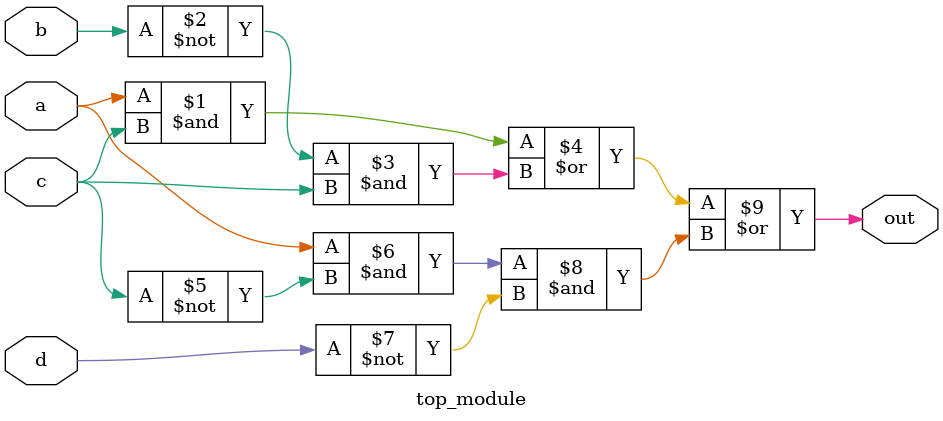
<source format=v>
module top_module(
    input a,
    input b,
    input c,
    input d,
    output out  ); 
    
    assign out = (a&c) | (~b&c)|(a&~c&~d);

endmodule
</source>
